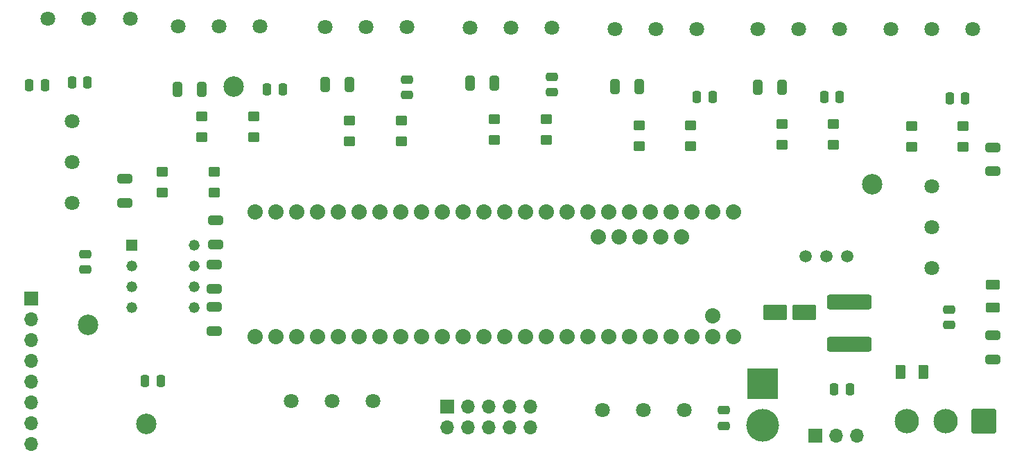
<source format=gbr>
%TF.GenerationSoftware,KiCad,Pcbnew,8.0.4*%
%TF.CreationDate,2024-10-31T19:44:01-04:00*%
%TF.ProjectId,Skibid-i,536b6962-6964-42d6-992e-6b696361645f,rev?*%
%TF.SameCoordinates,Original*%
%TF.FileFunction,Soldermask,Top*%
%TF.FilePolarity,Negative*%
%FSLAX46Y46*%
G04 Gerber Fmt 4.6, Leading zero omitted, Abs format (unit mm)*
G04 Created by KiCad (PCBNEW 8.0.4) date 2024-10-31 19:44:01*
%MOMM*%
%LPD*%
G01*
G04 APERTURE LIST*
G04 Aperture macros list*
%AMRoundRect*
0 Rectangle with rounded corners*
0 $1 Rounding radius*
0 $2 $3 $4 $5 $6 $7 $8 $9 X,Y pos of 4 corners*
0 Add a 4 corners polygon primitive as box body*
4,1,4,$2,$3,$4,$5,$6,$7,$8,$9,$2,$3,0*
0 Add four circle primitives for the rounded corners*
1,1,$1+$1,$2,$3*
1,1,$1+$1,$4,$5*
1,1,$1+$1,$6,$7*
1,1,$1+$1,$8,$9*
0 Add four rect primitives between the rounded corners*
20,1,$1+$1,$2,$3,$4,$5,0*
20,1,$1+$1,$4,$5,$6,$7,0*
20,1,$1+$1,$6,$7,$8,$9,0*
20,1,$1+$1,$8,$9,$2,$3,0*%
G04 Aperture macros list end*
%ADD10RoundRect,0.102000X-0.550000X-0.450000X0.550000X-0.450000X0.550000X0.450000X-0.550000X0.450000X0*%
%ADD11RoundRect,0.250000X-0.325000X-0.650000X0.325000X-0.650000X0.325000X0.650000X-0.325000X0.650000X0*%
%ADD12R,1.700000X1.700000*%
%ADD13O,1.700000X1.700000*%
%ADD14RoundRect,0.250000X0.650000X-0.325000X0.650000X0.325000X-0.650000X0.325000X-0.650000X-0.325000X0*%
%ADD15RoundRect,0.250000X-0.475000X0.250000X-0.475000X-0.250000X0.475000X-0.250000X0.475000X0.250000X0*%
%ADD16RoundRect,0.250000X-0.650000X0.325000X-0.650000X-0.325000X0.650000X-0.325000X0.650000X0.325000X0*%
%ADD17C,1.803400*%
%ADD18C,1.498600*%
%ADD19RoundRect,0.250000X-0.625000X0.375000X-0.625000X-0.375000X0.625000X-0.375000X0.625000X0.375000X0*%
%ADD20RoundRect,0.102000X0.550000X0.450000X-0.550000X0.450000X-0.550000X-0.450000X0.550000X-0.450000X0*%
%ADD21RoundRect,0.250000X-0.250000X-0.475000X0.250000X-0.475000X0.250000X0.475000X-0.250000X0.475000X0*%
%ADD22C,2.500000*%
%ADD23C,1.869000*%
%ADD24RoundRect,0.102000X1.387500X1.387500X-1.387500X1.387500X-1.387500X-1.387500X1.387500X-1.387500X0*%
%ADD25C,2.979000*%
%ADD26RoundRect,0.102000X1.300000X0.800000X-1.300000X0.800000X-1.300000X-0.800000X1.300000X-0.800000X0*%
%ADD27RoundRect,0.250000X0.250000X0.475000X-0.250000X0.475000X-0.250000X-0.475000X0.250000X-0.475000X0*%
%ADD28R,3.800000X3.800000*%
%ADD29C,4.000000*%
%ADD30R,1.320800X1.320800*%
%ADD31C,1.320800*%
%ADD32RoundRect,0.250000X-2.450000X0.650000X-2.450000X-0.650000X2.450000X-0.650000X2.450000X0.650000X0*%
%ADD33RoundRect,0.250000X-0.375000X-0.625000X0.375000X-0.625000X0.375000X0.625000X-0.375000X0.625000X0*%
G04 APERTURE END LIST*
D10*
%TO.C,Q2*%
X240454899Y-48680000D03*
X240454899Y-51220000D03*
X246754899Y-51220000D03*
X246754899Y-48680000D03*
%TD*%
D11*
%TO.C,R2*%
X237500000Y-44150000D03*
X240450000Y-44150000D03*
%TD*%
D12*
%TO.C,J15*%
X244570000Y-86750000D03*
D13*
X247110000Y-86750000D03*
X249650000Y-86750000D03*
%TD*%
D10*
%TO.C,Q4*%
X205354899Y-48030000D03*
X205354899Y-50570000D03*
X211654899Y-50570000D03*
X211654899Y-48030000D03*
%TD*%
D14*
%TO.C,R1*%
X266200000Y-54450000D03*
X266200000Y-51500000D03*
%TD*%
D15*
%TO.C,C13*%
X233350000Y-83650000D03*
X233350000Y-85550000D03*
%TD*%
D10*
%TO.C,Q6*%
X169650000Y-47730000D03*
X169650000Y-50270000D03*
X175950000Y-50270000D03*
X175950000Y-47730000D03*
%TD*%
D16*
%TO.C,R8*%
X266200000Y-74500000D03*
X266200000Y-77450000D03*
%TD*%
D17*
%TO.C,J8*%
X153750000Y-48350000D03*
X153750000Y-53350000D03*
X153750000Y-58350000D03*
%TD*%
D15*
%TO.C,C8*%
X194704899Y-43200000D03*
X194704899Y-45100000D03*
%TD*%
D18*
%TO.C,J13*%
X243314900Y-64849501D03*
X245854900Y-64849501D03*
X248394900Y-64849501D03*
%TD*%
D17*
%TO.C,J10*%
X263750000Y-37100000D03*
X258750000Y-37100000D03*
X253750000Y-37100000D03*
%TD*%
%TO.C,J12*%
X180509800Y-82550001D03*
X185509800Y-82550001D03*
X190509800Y-82550001D03*
%TD*%
D19*
%TO.C,D1*%
X266200000Y-68300000D03*
X266200000Y-71100000D03*
%TD*%
D20*
%TO.C,Q1*%
X262600000Y-51470000D03*
X262600000Y-48930000D03*
X256300000Y-48930000D03*
X256300000Y-51470000D03*
%TD*%
D17*
%TO.C,J4*%
X247504899Y-37050000D03*
X242504899Y-37050000D03*
X237504899Y-37050000D03*
%TD*%
D21*
%TO.C,C9*%
X153750000Y-43545100D03*
X155650000Y-43545100D03*
%TD*%
D22*
%TO.C,H1*%
X173500000Y-44050000D03*
%TD*%
D23*
%TO.C,IC1*%
X229470000Y-59450000D03*
X226930000Y-59450000D03*
X224390000Y-59450000D03*
X221850000Y-59450000D03*
X219310000Y-59450000D03*
X216770000Y-59450000D03*
X214230000Y-59450000D03*
X211690000Y-59450000D03*
X209150000Y-59450000D03*
X206610000Y-59450000D03*
X204070000Y-59450000D03*
X201530000Y-59450000D03*
X201530000Y-74690000D03*
X204070000Y-74690000D03*
X206610000Y-74690000D03*
X209150000Y-74690000D03*
X211690000Y-74690000D03*
X214230000Y-74690000D03*
X216770000Y-74690000D03*
X219310000Y-74690000D03*
X221850000Y-74690000D03*
X224390000Y-74690000D03*
X226930000Y-74690000D03*
X196450000Y-59450000D03*
X193910000Y-59450000D03*
X191370000Y-59450000D03*
X188830000Y-59450000D03*
X186290000Y-59450000D03*
X183750000Y-59450000D03*
X181210000Y-59450000D03*
X178670000Y-59450000D03*
X176130000Y-59450000D03*
X176130000Y-74690000D03*
X178670000Y-74690000D03*
X181210000Y-74690000D03*
X183750000Y-74690000D03*
X186290000Y-74690000D03*
X188830000Y-74690000D03*
X191370000Y-74690000D03*
X193910000Y-74690000D03*
X196450000Y-74690000D03*
X198990000Y-59450000D03*
X218040000Y-62500000D03*
X220580000Y-62500000D03*
X223120000Y-62500000D03*
X225660000Y-62500000D03*
X228200000Y-62500000D03*
X229470000Y-74690000D03*
X234550000Y-74690000D03*
X232010000Y-59450000D03*
X232010000Y-72150000D03*
X198990000Y-74690000D03*
X232010000Y-74690000D03*
X234550000Y-59450000D03*
%TD*%
D21*
%TO.C,C3*%
X177600000Y-44450000D03*
X179500000Y-44450000D03*
%TD*%
%TO.C,C7*%
X230100000Y-45350000D03*
X232000000Y-45350000D03*
%TD*%
D24*
%TO.C,ON*%
X265150000Y-85000000D03*
D25*
X260450000Y-85000000D03*
X255750000Y-85000000D03*
%TD*%
D10*
%TO.C,Q5*%
X164800000Y-54460000D03*
X164800000Y-57000000D03*
X171100000Y-57000000D03*
X171100000Y-54460000D03*
%TD*%
D21*
%TO.C,C11*%
X148550000Y-43950000D03*
X150450000Y-43950000D03*
%TD*%
D17*
%TO.C,J2*%
X228504900Y-83625001D03*
X223504900Y-83625001D03*
X218504900Y-83625001D03*
%TD*%
D22*
%TO.C,H5*%
X155750000Y-73200000D03*
%TD*%
D21*
%TO.C,C15*%
X162700000Y-80050000D03*
X164600000Y-80050000D03*
%TD*%
D17*
%TO.C,J6*%
X212404899Y-36900000D03*
X207404899Y-36900000D03*
X202404899Y-36900000D03*
%TD*%
D26*
%TO.C,C1*%
X239600000Y-71650000D03*
X243200000Y-71650000D03*
%TD*%
D27*
%TO.C,C5*%
X247500000Y-45350000D03*
X245600000Y-45350000D03*
%TD*%
D21*
%TO.C,C12*%
X246850000Y-81050000D03*
X248750000Y-81050000D03*
%TD*%
D22*
%TO.C,H4*%
X162800000Y-85350000D03*
%TD*%
D17*
%TO.C,J5*%
X230100000Y-37100000D03*
X225100000Y-37100000D03*
X220100000Y-37100000D03*
%TD*%
%TO.C,J9*%
X176700000Y-36700000D03*
X171700000Y-36700000D03*
X166700000Y-36700000D03*
%TD*%
D22*
%TO.C,H2*%
X251500000Y-56000000D03*
%TD*%
D16*
%TO.C,R11*%
X171100000Y-65850000D03*
X171100000Y-68800000D03*
%TD*%
D11*
%TO.C,R4*%
X202404899Y-43700000D03*
X205354899Y-43700000D03*
%TD*%
D16*
%TO.C,R9*%
X171300000Y-60425000D03*
X171300000Y-63375000D03*
%TD*%
D17*
%TO.C,J7*%
X194704899Y-36800000D03*
X189704899Y-36800000D03*
X184704899Y-36800000D03*
%TD*%
D28*
%TO.C,J19*%
X238100000Y-80450000D03*
D29*
X238100000Y-85450000D03*
%TD*%
D11*
%TO.C,R5*%
X184704899Y-43800000D03*
X187654899Y-43800000D03*
%TD*%
D10*
%TO.C,Q3*%
X223004899Y-48800000D03*
X223004899Y-51340000D03*
X229304899Y-51340000D03*
X229304899Y-48800000D03*
%TD*%
D30*
%TO.C,SW2*%
X161050000Y-63480000D03*
D31*
X161050000Y-66020000D03*
X161050000Y-68560000D03*
X161050000Y-71100000D03*
X168670000Y-71100000D03*
X168670000Y-68560000D03*
X168670000Y-66020000D03*
X168670000Y-63480000D03*
%TD*%
D12*
%TO.C,J1*%
X199600000Y-83160000D03*
D13*
X199600000Y-85700000D03*
X202140000Y-83160000D03*
X202140000Y-85700000D03*
X204680000Y-83160000D03*
X204680000Y-85700000D03*
X207220000Y-83160000D03*
X207220000Y-85700000D03*
X209760000Y-83160000D03*
X209760000Y-85700000D03*
%TD*%
D15*
%TO.C,C14*%
X155350000Y-64550000D03*
X155350000Y-66450000D03*
%TD*%
D12*
%TO.C,J17*%
X148800000Y-70000000D03*
D13*
X148800000Y-72540000D03*
X148800000Y-75080000D03*
X148800000Y-77620000D03*
X148800000Y-80160000D03*
X148800000Y-82700000D03*
X148800000Y-85240000D03*
X148800000Y-87780000D03*
%TD*%
D15*
%TO.C,C6*%
X212404899Y-42900000D03*
X212404899Y-44800000D03*
%TD*%
D17*
%TO.C,J3*%
X258800000Y-66300000D03*
X258800000Y-61300000D03*
X258800000Y-56300000D03*
%TD*%
D15*
%TO.C,C4*%
X260850000Y-71350000D03*
X260850000Y-73250000D03*
%TD*%
D27*
%TO.C,C10*%
X262850000Y-45550000D03*
X260950000Y-45550000D03*
%TD*%
D32*
%TO.C,C2*%
X248700000Y-70450000D03*
X248700000Y-75550000D03*
%TD*%
D16*
%TO.C,R10*%
X171100000Y-71000000D03*
X171100000Y-73950000D03*
%TD*%
D14*
%TO.C,R7*%
X160250000Y-58300000D03*
X160250000Y-55350000D03*
%TD*%
D11*
%TO.C,R3*%
X220054899Y-44100000D03*
X223004899Y-44100000D03*
%TD*%
%TO.C,R6*%
X166650000Y-44450000D03*
X169600000Y-44450000D03*
%TD*%
D10*
%TO.C,Q7*%
X187654899Y-48230000D03*
X187654899Y-50770000D03*
X193954899Y-50770000D03*
X193954899Y-48230000D03*
%TD*%
D33*
%TO.C,F1*%
X254950000Y-78950000D03*
X257750000Y-78950000D03*
%TD*%
D17*
%TO.C,J20*%
X150850000Y-35750000D03*
X155850000Y-35750000D03*
X160850000Y-35750000D03*
%TD*%
M02*

</source>
